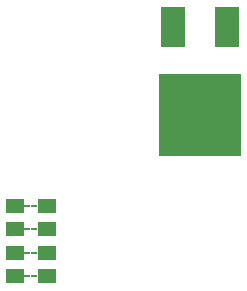
<source format=gbp>
G04 #@! TF.FileFunction,Paste,Bot*
%FSLAX46Y46*%
G04 Gerber Fmt 4.6, Leading zero omitted, Abs format (unit mm)*
G04 Created by KiCad (PCBNEW 4.0.6-e0-6349~53~ubuntu16.04.1) date Wed Aug  2 12:33:15 2017*
%MOMM*%
%LPD*%
G01*
G04 APERTURE LIST*
%ADD10C,0.100000*%
%ADD11R,0.600000X0.152400*%
%ADD12R,1.500000X1.300000*%
%ADD13R,2.000000X3.500000*%
%ADD14R,7.000000X7.000000*%
G04 APERTURE END LIST*
D10*
D11*
X141458000Y-113553000D03*
D12*
X142508000Y-113553000D03*
X139808000Y-113553000D03*
D11*
X140858000Y-113553000D03*
X141458000Y-111553000D03*
D12*
X142508000Y-111553000D03*
X139808000Y-111553000D03*
D11*
X140858000Y-111553000D03*
X141458000Y-109553000D03*
D12*
X142508000Y-109553000D03*
X139808000Y-109553000D03*
D11*
X140858000Y-109553000D03*
X141458000Y-115553000D03*
D12*
X142508000Y-115553000D03*
X139808000Y-115553000D03*
D11*
X140858000Y-115553000D03*
D13*
X153186100Y-94459600D03*
X157766100Y-94459600D03*
D14*
X155486100Y-101859600D03*
M02*

</source>
